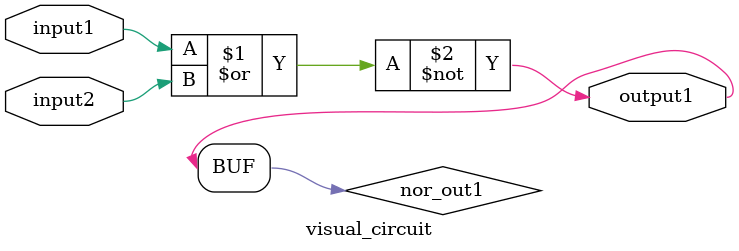
<source format=v>
module visual_circuit(
    input wire input1,
    input wire input2,
    output wire output1
);

    // Internal wires
    wire nor_out1;

    // Logic implementation
    assign nor_out1 = ~(input1 | input2);
    assign output1 = nor_out1;

endmodule

</source>
